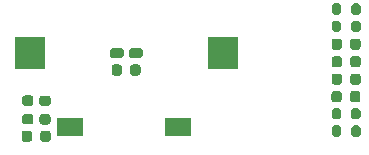
<source format=gbr>
G04 #@! TF.GenerationSoftware,KiCad,Pcbnew,(5.1.8-0-10_14)*
G04 #@! TF.CreationDate,2021-01-26T20:48:40-08:00*
G04 #@! TF.ProjectId,Compact,436f6d70-6163-4742-9e6b-696361645f70,rev?*
G04 #@! TF.SameCoordinates,Original*
G04 #@! TF.FileFunction,Paste,Bot*
G04 #@! TF.FilePolarity,Positive*
%FSLAX46Y46*%
G04 Gerber Fmt 4.6, Leading zero omitted, Abs format (unit mm)*
G04 Created by KiCad (PCBNEW (5.1.8-0-10_14)) date 2021-01-26 20:48:40*
%MOMM*%
%LPD*%
G01*
G04 APERTURE LIST*
%ADD10R,2.500000X2.800000*%
%ADD11R,2.180000X1.600000*%
G04 APERTURE END LIST*
G36*
G01*
X164325000Y-101905000D02*
X164325000Y-102455000D01*
G75*
G02*
X164125000Y-102655000I-200000J0D01*
G01*
X163725000Y-102655000D01*
G75*
G02*
X163525000Y-102455000I0J200000D01*
G01*
X163525000Y-101905000D01*
G75*
G02*
X163725000Y-101705000I200000J0D01*
G01*
X164125000Y-101705000D01*
G75*
G02*
X164325000Y-101905000I0J-200000D01*
G01*
G37*
G36*
G01*
X162675000Y-101905000D02*
X162675000Y-102455000D01*
G75*
G02*
X162475000Y-102655000I-200000J0D01*
G01*
X162075000Y-102655000D01*
G75*
G02*
X161875000Y-102455000I0J200000D01*
G01*
X161875000Y-101905000D01*
G75*
G02*
X162075000Y-101705000I200000J0D01*
G01*
X162475000Y-101705000D01*
G75*
G02*
X162675000Y-101905000I0J-200000D01*
G01*
G37*
G36*
G01*
X164335000Y-103365000D02*
X164335000Y-103915000D01*
G75*
G02*
X164135000Y-104115000I-200000J0D01*
G01*
X163735000Y-104115000D01*
G75*
G02*
X163535000Y-103915000I0J200000D01*
G01*
X163535000Y-103365000D01*
G75*
G02*
X163735000Y-103165000I200000J0D01*
G01*
X164135000Y-103165000D01*
G75*
G02*
X164335000Y-103365000I0J-200000D01*
G01*
G37*
G36*
G01*
X162685000Y-103365000D02*
X162685000Y-103915000D01*
G75*
G02*
X162485000Y-104115000I-200000J0D01*
G01*
X162085000Y-104115000D01*
G75*
G02*
X161885000Y-103915000I0J200000D01*
G01*
X161885000Y-103365000D01*
G75*
G02*
X162085000Y-103165000I200000J0D01*
G01*
X162485000Y-103165000D01*
G75*
G02*
X162685000Y-103365000I0J-200000D01*
G01*
G37*
G36*
G01*
X164345000Y-93035000D02*
X164345000Y-93585000D01*
G75*
G02*
X164145000Y-93785000I-200000J0D01*
G01*
X163745000Y-93785000D01*
G75*
G02*
X163545000Y-93585000I0J200000D01*
G01*
X163545000Y-93035000D01*
G75*
G02*
X163745000Y-92835000I200000J0D01*
G01*
X164145000Y-92835000D01*
G75*
G02*
X164345000Y-93035000I0J-200000D01*
G01*
G37*
G36*
G01*
X162695000Y-93035000D02*
X162695000Y-93585000D01*
G75*
G02*
X162495000Y-93785000I-200000J0D01*
G01*
X162095000Y-93785000D01*
G75*
G02*
X161895000Y-93585000I0J200000D01*
G01*
X161895000Y-93035000D01*
G75*
G02*
X162095000Y-92835000I200000J0D01*
G01*
X162495000Y-92835000D01*
G75*
G02*
X162695000Y-93035000I0J-200000D01*
G01*
G37*
G36*
G01*
X164335000Y-94505000D02*
X164335000Y-95055000D01*
G75*
G02*
X164135000Y-95255000I-200000J0D01*
G01*
X163735000Y-95255000D01*
G75*
G02*
X163535000Y-95055000I0J200000D01*
G01*
X163535000Y-94505000D01*
G75*
G02*
X163735000Y-94305000I200000J0D01*
G01*
X164135000Y-94305000D01*
G75*
G02*
X164335000Y-94505000I0J-200000D01*
G01*
G37*
G36*
G01*
X162685000Y-94505000D02*
X162685000Y-95055000D01*
G75*
G02*
X162485000Y-95255000I-200000J0D01*
G01*
X162085000Y-95255000D01*
G75*
G02*
X161885000Y-95055000I0J200000D01*
G01*
X161885000Y-94505000D01*
G75*
G02*
X162085000Y-94305000I200000J0D01*
G01*
X162485000Y-94305000D01*
G75*
G02*
X162685000Y-94505000I0J-200000D01*
G01*
G37*
G36*
G01*
X164315000Y-100463750D02*
X164315000Y-100976250D01*
G75*
G02*
X164096250Y-101195000I-218750J0D01*
G01*
X163658750Y-101195000D01*
G75*
G02*
X163440000Y-100976250I0J218750D01*
G01*
X163440000Y-100463750D01*
G75*
G02*
X163658750Y-100245000I218750J0D01*
G01*
X164096250Y-100245000D01*
G75*
G02*
X164315000Y-100463750I0J-218750D01*
G01*
G37*
G36*
G01*
X162740000Y-100463750D02*
X162740000Y-100976250D01*
G75*
G02*
X162521250Y-101195000I-218750J0D01*
G01*
X162083750Y-101195000D01*
G75*
G02*
X161865000Y-100976250I0J218750D01*
G01*
X161865000Y-100463750D01*
G75*
G02*
X162083750Y-100245000I218750J0D01*
G01*
X162521250Y-100245000D01*
G75*
G02*
X162740000Y-100463750I0J-218750D01*
G01*
G37*
G36*
G01*
X164335000Y-98983750D02*
X164335000Y-99496250D01*
G75*
G02*
X164116250Y-99715000I-218750J0D01*
G01*
X163678750Y-99715000D01*
G75*
G02*
X163460000Y-99496250I0J218750D01*
G01*
X163460000Y-98983750D01*
G75*
G02*
X163678750Y-98765000I218750J0D01*
G01*
X164116250Y-98765000D01*
G75*
G02*
X164335000Y-98983750I0J-218750D01*
G01*
G37*
G36*
G01*
X162760000Y-98983750D02*
X162760000Y-99496250D01*
G75*
G02*
X162541250Y-99715000I-218750J0D01*
G01*
X162103750Y-99715000D01*
G75*
G02*
X161885000Y-99496250I0J218750D01*
G01*
X161885000Y-98983750D01*
G75*
G02*
X162103750Y-98765000I218750J0D01*
G01*
X162541250Y-98765000D01*
G75*
G02*
X162760000Y-98983750I0J-218750D01*
G01*
G37*
G36*
G01*
X164335000Y-97523750D02*
X164335000Y-98036250D01*
G75*
G02*
X164116250Y-98255000I-218750J0D01*
G01*
X163678750Y-98255000D01*
G75*
G02*
X163460000Y-98036250I0J218750D01*
G01*
X163460000Y-97523750D01*
G75*
G02*
X163678750Y-97305000I218750J0D01*
G01*
X164116250Y-97305000D01*
G75*
G02*
X164335000Y-97523750I0J-218750D01*
G01*
G37*
G36*
G01*
X162760000Y-97523750D02*
X162760000Y-98036250D01*
G75*
G02*
X162541250Y-98255000I-218750J0D01*
G01*
X162103750Y-98255000D01*
G75*
G02*
X161885000Y-98036250I0J218750D01*
G01*
X161885000Y-97523750D01*
G75*
G02*
X162103750Y-97305000I218750J0D01*
G01*
X162541250Y-97305000D01*
G75*
G02*
X162760000Y-97523750I0J-218750D01*
G01*
G37*
G36*
G01*
X164325000Y-96023750D02*
X164325000Y-96536250D01*
G75*
G02*
X164106250Y-96755000I-218750J0D01*
G01*
X163668750Y-96755000D01*
G75*
G02*
X163450000Y-96536250I0J218750D01*
G01*
X163450000Y-96023750D01*
G75*
G02*
X163668750Y-95805000I218750J0D01*
G01*
X164106250Y-95805000D01*
G75*
G02*
X164325000Y-96023750I0J-218750D01*
G01*
G37*
G36*
G01*
X162750000Y-96023750D02*
X162750000Y-96536250D01*
G75*
G02*
X162531250Y-96755000I-218750J0D01*
G01*
X162093750Y-96755000D01*
G75*
G02*
X161875000Y-96536250I0J218750D01*
G01*
X161875000Y-96023750D01*
G75*
G02*
X162093750Y-95805000I218750J0D01*
G01*
X162531250Y-95805000D01*
G75*
G02*
X162750000Y-96023750I0J-218750D01*
G01*
G37*
D10*
X136300000Y-97050000D03*
X152700000Y-97050000D03*
D11*
X139710000Y-103260000D03*
X148890000Y-103260000D03*
G36*
G01*
X136510000Y-103818750D02*
X136510000Y-104331250D01*
G75*
G02*
X136291250Y-104550000I-218750J0D01*
G01*
X135853750Y-104550000D01*
G75*
G02*
X135635000Y-104331250I0J218750D01*
G01*
X135635000Y-103818750D01*
G75*
G02*
X135853750Y-103600000I218750J0D01*
G01*
X136291250Y-103600000D01*
G75*
G02*
X136510000Y-103818750I0J-218750D01*
G01*
G37*
G36*
G01*
X138085000Y-103818750D02*
X138085000Y-104331250D01*
G75*
G02*
X137866250Y-104550000I-218750J0D01*
G01*
X137428750Y-104550000D01*
G75*
G02*
X137210000Y-104331250I0J218750D01*
G01*
X137210000Y-103818750D01*
G75*
G02*
X137428750Y-103600000I218750J0D01*
G01*
X137866250Y-103600000D01*
G75*
G02*
X138085000Y-103818750I0J-218750D01*
G01*
G37*
G36*
G01*
X136406250Y-101500000D02*
X135893750Y-101500000D01*
G75*
G02*
X135675000Y-101281250I0J218750D01*
G01*
X135675000Y-100843750D01*
G75*
G02*
X135893750Y-100625000I218750J0D01*
G01*
X136406250Y-100625000D01*
G75*
G02*
X136625000Y-100843750I0J-218750D01*
G01*
X136625000Y-101281250D01*
G75*
G02*
X136406250Y-101500000I-218750J0D01*
G01*
G37*
G36*
G01*
X136406250Y-103075000D02*
X135893750Y-103075000D01*
G75*
G02*
X135675000Y-102856250I0J218750D01*
G01*
X135675000Y-102418750D01*
G75*
G02*
X135893750Y-102200000I218750J0D01*
G01*
X136406250Y-102200000D01*
G75*
G02*
X136625000Y-102418750I0J-218750D01*
G01*
X136625000Y-102856250D01*
G75*
G02*
X136406250Y-103075000I-218750J0D01*
G01*
G37*
G36*
G01*
X137866250Y-103085000D02*
X137353750Y-103085000D01*
G75*
G02*
X137135000Y-102866250I0J218750D01*
G01*
X137135000Y-102428750D01*
G75*
G02*
X137353750Y-102210000I218750J0D01*
G01*
X137866250Y-102210000D01*
G75*
G02*
X138085000Y-102428750I0J-218750D01*
G01*
X138085000Y-102866250D01*
G75*
G02*
X137866250Y-103085000I-218750J0D01*
G01*
G37*
G36*
G01*
X137866250Y-101510000D02*
X137353750Y-101510000D01*
G75*
G02*
X137135000Y-101291250I0J218750D01*
G01*
X137135000Y-100853750D01*
G75*
G02*
X137353750Y-100635000I218750J0D01*
G01*
X137866250Y-100635000D01*
G75*
G02*
X138085000Y-100853750I0J-218750D01*
G01*
X138085000Y-101291250D01*
G75*
G02*
X137866250Y-101510000I-218750J0D01*
G01*
G37*
G36*
G01*
X144700000Y-97262500D02*
X144700000Y-96837500D01*
G75*
G02*
X144912500Y-96625000I212500J0D01*
G01*
X145712500Y-96625000D01*
G75*
G02*
X145925000Y-96837500I0J-212500D01*
G01*
X145925000Y-97262500D01*
G75*
G02*
X145712500Y-97475000I-212500J0D01*
G01*
X144912500Y-97475000D01*
G75*
G02*
X144700000Y-97262500I0J212500D01*
G01*
G37*
G36*
G01*
X143075000Y-97262500D02*
X143075000Y-96837500D01*
G75*
G02*
X143287500Y-96625000I212500J0D01*
G01*
X144087500Y-96625000D01*
G75*
G02*
X144300000Y-96837500I0J-212500D01*
G01*
X144300000Y-97262500D01*
G75*
G02*
X144087500Y-97475000I-212500J0D01*
G01*
X143287500Y-97475000D01*
G75*
G02*
X143075000Y-97262500I0J212500D01*
G01*
G37*
G36*
G01*
X144125000Y-98218750D02*
X144125000Y-98731250D01*
G75*
G02*
X143906250Y-98950000I-218750J0D01*
G01*
X143468750Y-98950000D01*
G75*
G02*
X143250000Y-98731250I0J218750D01*
G01*
X143250000Y-98218750D01*
G75*
G02*
X143468750Y-98000000I218750J0D01*
G01*
X143906250Y-98000000D01*
G75*
G02*
X144125000Y-98218750I0J-218750D01*
G01*
G37*
G36*
G01*
X145700000Y-98218750D02*
X145700000Y-98731250D01*
G75*
G02*
X145481250Y-98950000I-218750J0D01*
G01*
X145043750Y-98950000D01*
G75*
G02*
X144825000Y-98731250I0J218750D01*
G01*
X144825000Y-98218750D01*
G75*
G02*
X145043750Y-98000000I218750J0D01*
G01*
X145481250Y-98000000D01*
G75*
G02*
X145700000Y-98218750I0J-218750D01*
G01*
G37*
M02*

</source>
